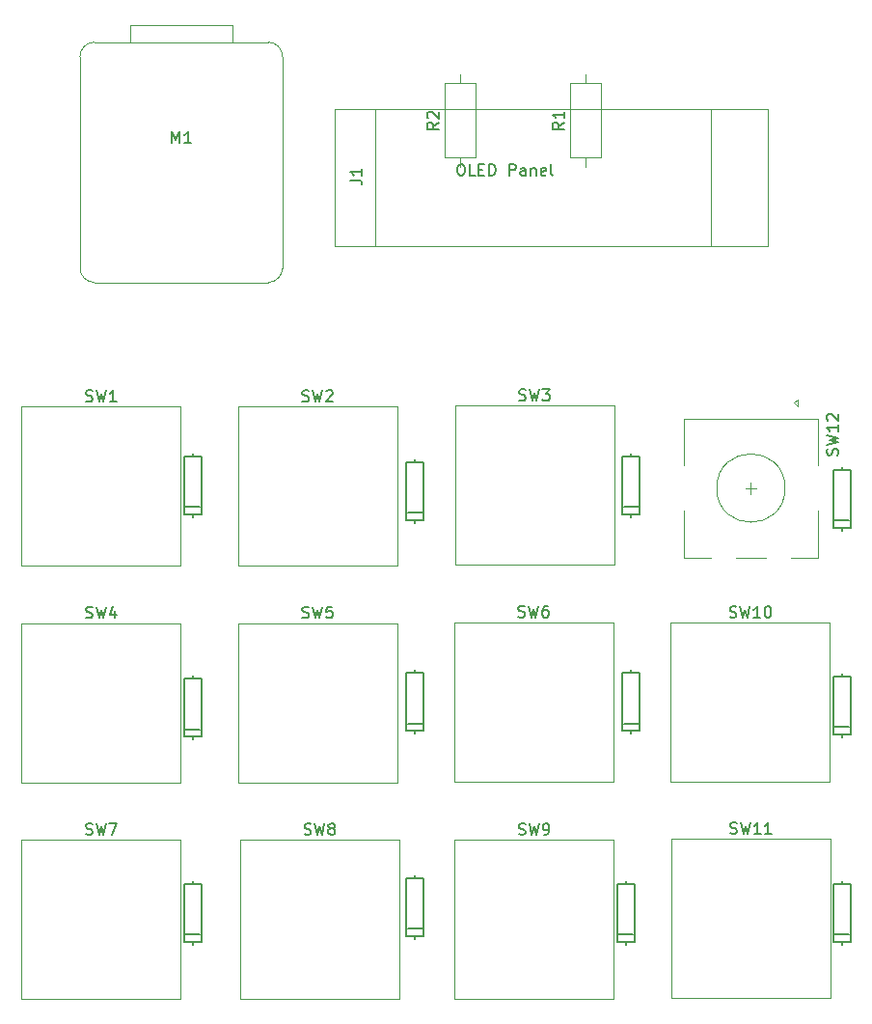
<source format=gbr>
%TF.GenerationSoftware,KiCad,Pcbnew,8.0.5*%
%TF.CreationDate,2024-10-19T19:52:03+11:00*%
%TF.ProjectId,Hackpad,4861636b-7061-4642-9e6b-696361645f70,rev?*%
%TF.SameCoordinates,Original*%
%TF.FileFunction,Legend,Top*%
%TF.FilePolarity,Positive*%
%FSLAX46Y46*%
G04 Gerber Fmt 4.6, Leading zero omitted, Abs format (unit mm)*
G04 Created by KiCad (PCBNEW 8.0.5) date 2024-10-19 19:52:03*
%MOMM*%
%LPD*%
G01*
G04 APERTURE LIST*
%ADD10C,0.150000*%
%ADD11C,0.203200*%
%ADD12C,0.120000*%
%ADD13C,0.040000*%
G04 APERTURE END LIST*
D10*
X118086667Y-94533200D02*
X118229524Y-94580819D01*
X118229524Y-94580819D02*
X118467619Y-94580819D01*
X118467619Y-94580819D02*
X118562857Y-94533200D01*
X118562857Y-94533200D02*
X118610476Y-94485580D01*
X118610476Y-94485580D02*
X118658095Y-94390342D01*
X118658095Y-94390342D02*
X118658095Y-94295104D01*
X118658095Y-94295104D02*
X118610476Y-94199866D01*
X118610476Y-94199866D02*
X118562857Y-94152247D01*
X118562857Y-94152247D02*
X118467619Y-94104628D01*
X118467619Y-94104628D02*
X118277143Y-94057009D01*
X118277143Y-94057009D02*
X118181905Y-94009390D01*
X118181905Y-94009390D02*
X118134286Y-93961771D01*
X118134286Y-93961771D02*
X118086667Y-93866533D01*
X118086667Y-93866533D02*
X118086667Y-93771295D01*
X118086667Y-93771295D02*
X118134286Y-93676057D01*
X118134286Y-93676057D02*
X118181905Y-93628438D01*
X118181905Y-93628438D02*
X118277143Y-93580819D01*
X118277143Y-93580819D02*
X118515238Y-93580819D01*
X118515238Y-93580819D02*
X118658095Y-93628438D01*
X118991429Y-93580819D02*
X119229524Y-94580819D01*
X119229524Y-94580819D02*
X119420000Y-93866533D01*
X119420000Y-93866533D02*
X119610476Y-94580819D01*
X119610476Y-94580819D02*
X119848572Y-93580819D01*
X120658095Y-93580819D02*
X120467619Y-93580819D01*
X120467619Y-93580819D02*
X120372381Y-93628438D01*
X120372381Y-93628438D02*
X120324762Y-93676057D01*
X120324762Y-93676057D02*
X120229524Y-93818914D01*
X120229524Y-93818914D02*
X120181905Y-94009390D01*
X120181905Y-94009390D02*
X120181905Y-94390342D01*
X120181905Y-94390342D02*
X120229524Y-94485580D01*
X120229524Y-94485580D02*
X120277143Y-94533200D01*
X120277143Y-94533200D02*
X120372381Y-94580819D01*
X120372381Y-94580819D02*
X120562857Y-94580819D01*
X120562857Y-94580819D02*
X120658095Y-94533200D01*
X120658095Y-94533200D02*
X120705714Y-94485580D01*
X120705714Y-94485580D02*
X120753333Y-94390342D01*
X120753333Y-94390342D02*
X120753333Y-94152247D01*
X120753333Y-94152247D02*
X120705714Y-94057009D01*
X120705714Y-94057009D02*
X120658095Y-94009390D01*
X120658095Y-94009390D02*
X120562857Y-93961771D01*
X120562857Y-93961771D02*
X120372381Y-93961771D01*
X120372381Y-93961771D02*
X120277143Y-94009390D01*
X120277143Y-94009390D02*
X120229524Y-94057009D01*
X120229524Y-94057009D02*
X120181905Y-94152247D01*
X122084819Y-51166666D02*
X121608628Y-51499999D01*
X122084819Y-51738094D02*
X121084819Y-51738094D01*
X121084819Y-51738094D02*
X121084819Y-51357142D01*
X121084819Y-51357142D02*
X121132438Y-51261904D01*
X121132438Y-51261904D02*
X121180057Y-51214285D01*
X121180057Y-51214285D02*
X121275295Y-51166666D01*
X121275295Y-51166666D02*
X121418152Y-51166666D01*
X121418152Y-51166666D02*
X121513390Y-51214285D01*
X121513390Y-51214285D02*
X121561009Y-51261904D01*
X121561009Y-51261904D02*
X121608628Y-51357142D01*
X121608628Y-51357142D02*
X121608628Y-51738094D01*
X122084819Y-50214285D02*
X122084819Y-50785713D01*
X122084819Y-50499999D02*
X121084819Y-50499999D01*
X121084819Y-50499999D02*
X121227676Y-50595237D01*
X121227676Y-50595237D02*
X121322914Y-50690475D01*
X121322914Y-50690475D02*
X121370533Y-50785713D01*
X136650476Y-94573200D02*
X136793333Y-94620819D01*
X136793333Y-94620819D02*
X137031428Y-94620819D01*
X137031428Y-94620819D02*
X137126666Y-94573200D01*
X137126666Y-94573200D02*
X137174285Y-94525580D01*
X137174285Y-94525580D02*
X137221904Y-94430342D01*
X137221904Y-94430342D02*
X137221904Y-94335104D01*
X137221904Y-94335104D02*
X137174285Y-94239866D01*
X137174285Y-94239866D02*
X137126666Y-94192247D01*
X137126666Y-94192247D02*
X137031428Y-94144628D01*
X137031428Y-94144628D02*
X136840952Y-94097009D01*
X136840952Y-94097009D02*
X136745714Y-94049390D01*
X136745714Y-94049390D02*
X136698095Y-94001771D01*
X136698095Y-94001771D02*
X136650476Y-93906533D01*
X136650476Y-93906533D02*
X136650476Y-93811295D01*
X136650476Y-93811295D02*
X136698095Y-93716057D01*
X136698095Y-93716057D02*
X136745714Y-93668438D01*
X136745714Y-93668438D02*
X136840952Y-93620819D01*
X136840952Y-93620819D02*
X137079047Y-93620819D01*
X137079047Y-93620819D02*
X137221904Y-93668438D01*
X137555238Y-93620819D02*
X137793333Y-94620819D01*
X137793333Y-94620819D02*
X137983809Y-93906533D01*
X137983809Y-93906533D02*
X138174285Y-94620819D01*
X138174285Y-94620819D02*
X138412381Y-93620819D01*
X139317142Y-94620819D02*
X138745714Y-94620819D01*
X139031428Y-94620819D02*
X139031428Y-93620819D01*
X139031428Y-93620819D02*
X138936190Y-93763676D01*
X138936190Y-93763676D02*
X138840952Y-93858914D01*
X138840952Y-93858914D02*
X138745714Y-93906533D01*
X139936190Y-93620819D02*
X140031428Y-93620819D01*
X140031428Y-93620819D02*
X140126666Y-93668438D01*
X140126666Y-93668438D02*
X140174285Y-93716057D01*
X140174285Y-93716057D02*
X140221904Y-93811295D01*
X140221904Y-93811295D02*
X140269523Y-94001771D01*
X140269523Y-94001771D02*
X140269523Y-94239866D01*
X140269523Y-94239866D02*
X140221904Y-94430342D01*
X140221904Y-94430342D02*
X140174285Y-94525580D01*
X140174285Y-94525580D02*
X140126666Y-94573200D01*
X140126666Y-94573200D02*
X140031428Y-94620819D01*
X140031428Y-94620819D02*
X139936190Y-94620819D01*
X139936190Y-94620819D02*
X139840952Y-94573200D01*
X139840952Y-94573200D02*
X139793333Y-94525580D01*
X139793333Y-94525580D02*
X139745714Y-94430342D01*
X139745714Y-94430342D02*
X139698095Y-94239866D01*
X139698095Y-94239866D02*
X139698095Y-94001771D01*
X139698095Y-94001771D02*
X139745714Y-93811295D01*
X139745714Y-93811295D02*
X139793333Y-93716057D01*
X139793333Y-93716057D02*
X139840952Y-93668438D01*
X139840952Y-93668438D02*
X139936190Y-93620819D01*
X136690476Y-113533200D02*
X136833333Y-113580819D01*
X136833333Y-113580819D02*
X137071428Y-113580819D01*
X137071428Y-113580819D02*
X137166666Y-113533200D01*
X137166666Y-113533200D02*
X137214285Y-113485580D01*
X137214285Y-113485580D02*
X137261904Y-113390342D01*
X137261904Y-113390342D02*
X137261904Y-113295104D01*
X137261904Y-113295104D02*
X137214285Y-113199866D01*
X137214285Y-113199866D02*
X137166666Y-113152247D01*
X137166666Y-113152247D02*
X137071428Y-113104628D01*
X137071428Y-113104628D02*
X136880952Y-113057009D01*
X136880952Y-113057009D02*
X136785714Y-113009390D01*
X136785714Y-113009390D02*
X136738095Y-112961771D01*
X136738095Y-112961771D02*
X136690476Y-112866533D01*
X136690476Y-112866533D02*
X136690476Y-112771295D01*
X136690476Y-112771295D02*
X136738095Y-112676057D01*
X136738095Y-112676057D02*
X136785714Y-112628438D01*
X136785714Y-112628438D02*
X136880952Y-112580819D01*
X136880952Y-112580819D02*
X137119047Y-112580819D01*
X137119047Y-112580819D02*
X137261904Y-112628438D01*
X137595238Y-112580819D02*
X137833333Y-113580819D01*
X137833333Y-113580819D02*
X138023809Y-112866533D01*
X138023809Y-112866533D02*
X138214285Y-113580819D01*
X138214285Y-113580819D02*
X138452381Y-112580819D01*
X139357142Y-113580819D02*
X138785714Y-113580819D01*
X139071428Y-113580819D02*
X139071428Y-112580819D01*
X139071428Y-112580819D02*
X138976190Y-112723676D01*
X138976190Y-112723676D02*
X138880952Y-112818914D01*
X138880952Y-112818914D02*
X138785714Y-112866533D01*
X140309523Y-113580819D02*
X139738095Y-113580819D01*
X140023809Y-113580819D02*
X140023809Y-112580819D01*
X140023809Y-112580819D02*
X139928571Y-112723676D01*
X139928571Y-112723676D02*
X139833333Y-112818914D01*
X139833333Y-112818914D02*
X139738095Y-112866533D01*
X87690476Y-52962819D02*
X87690476Y-51962819D01*
X87690476Y-51962819D02*
X88023809Y-52677104D01*
X88023809Y-52677104D02*
X88357142Y-51962819D01*
X88357142Y-51962819D02*
X88357142Y-52962819D01*
X89357142Y-52962819D02*
X88785714Y-52962819D01*
X89071428Y-52962819D02*
X89071428Y-51962819D01*
X89071428Y-51962819D02*
X88976190Y-52105676D01*
X88976190Y-52105676D02*
X88880952Y-52200914D01*
X88880952Y-52200914D02*
X88785714Y-52248533D01*
X103354819Y-56243333D02*
X104069104Y-56243333D01*
X104069104Y-56243333D02*
X104211961Y-56290952D01*
X104211961Y-56290952D02*
X104307200Y-56386190D01*
X104307200Y-56386190D02*
X104354819Y-56529047D01*
X104354819Y-56529047D02*
X104354819Y-56624285D01*
X104354819Y-55243333D02*
X104354819Y-55814761D01*
X104354819Y-55529047D02*
X103354819Y-55529047D01*
X103354819Y-55529047D02*
X103497676Y-55624285D01*
X103497676Y-55624285D02*
X103592914Y-55719523D01*
X103592914Y-55719523D02*
X103640533Y-55814761D01*
X112956428Y-54839819D02*
X113146904Y-54839819D01*
X113146904Y-54839819D02*
X113242142Y-54887438D01*
X113242142Y-54887438D02*
X113337380Y-54982676D01*
X113337380Y-54982676D02*
X113384999Y-55173152D01*
X113384999Y-55173152D02*
X113384999Y-55506485D01*
X113384999Y-55506485D02*
X113337380Y-55696961D01*
X113337380Y-55696961D02*
X113242142Y-55792200D01*
X113242142Y-55792200D02*
X113146904Y-55839819D01*
X113146904Y-55839819D02*
X112956428Y-55839819D01*
X112956428Y-55839819D02*
X112861190Y-55792200D01*
X112861190Y-55792200D02*
X112765952Y-55696961D01*
X112765952Y-55696961D02*
X112718333Y-55506485D01*
X112718333Y-55506485D02*
X112718333Y-55173152D01*
X112718333Y-55173152D02*
X112765952Y-54982676D01*
X112765952Y-54982676D02*
X112861190Y-54887438D01*
X112861190Y-54887438D02*
X112956428Y-54839819D01*
X114289761Y-55839819D02*
X113813571Y-55839819D01*
X113813571Y-55839819D02*
X113813571Y-54839819D01*
X114623095Y-55316009D02*
X114956428Y-55316009D01*
X115099285Y-55839819D02*
X114623095Y-55839819D01*
X114623095Y-55839819D02*
X114623095Y-54839819D01*
X114623095Y-54839819D02*
X115099285Y-54839819D01*
X115527857Y-55839819D02*
X115527857Y-54839819D01*
X115527857Y-54839819D02*
X115765952Y-54839819D01*
X115765952Y-54839819D02*
X115908809Y-54887438D01*
X115908809Y-54887438D02*
X116004047Y-54982676D01*
X116004047Y-54982676D02*
X116051666Y-55077914D01*
X116051666Y-55077914D02*
X116099285Y-55268390D01*
X116099285Y-55268390D02*
X116099285Y-55411247D01*
X116099285Y-55411247D02*
X116051666Y-55601723D01*
X116051666Y-55601723D02*
X116004047Y-55696961D01*
X116004047Y-55696961D02*
X115908809Y-55792200D01*
X115908809Y-55792200D02*
X115765952Y-55839819D01*
X115765952Y-55839819D02*
X115527857Y-55839819D01*
X117289762Y-55839819D02*
X117289762Y-54839819D01*
X117289762Y-54839819D02*
X117670714Y-54839819D01*
X117670714Y-54839819D02*
X117765952Y-54887438D01*
X117765952Y-54887438D02*
X117813571Y-54935057D01*
X117813571Y-54935057D02*
X117861190Y-55030295D01*
X117861190Y-55030295D02*
X117861190Y-55173152D01*
X117861190Y-55173152D02*
X117813571Y-55268390D01*
X117813571Y-55268390D02*
X117765952Y-55316009D01*
X117765952Y-55316009D02*
X117670714Y-55363628D01*
X117670714Y-55363628D02*
X117289762Y-55363628D01*
X118718333Y-55839819D02*
X118718333Y-55316009D01*
X118718333Y-55316009D02*
X118670714Y-55220771D01*
X118670714Y-55220771D02*
X118575476Y-55173152D01*
X118575476Y-55173152D02*
X118385000Y-55173152D01*
X118385000Y-55173152D02*
X118289762Y-55220771D01*
X118718333Y-55792200D02*
X118623095Y-55839819D01*
X118623095Y-55839819D02*
X118385000Y-55839819D01*
X118385000Y-55839819D02*
X118289762Y-55792200D01*
X118289762Y-55792200D02*
X118242143Y-55696961D01*
X118242143Y-55696961D02*
X118242143Y-55601723D01*
X118242143Y-55601723D02*
X118289762Y-55506485D01*
X118289762Y-55506485D02*
X118385000Y-55458866D01*
X118385000Y-55458866D02*
X118623095Y-55458866D01*
X118623095Y-55458866D02*
X118718333Y-55411247D01*
X119194524Y-55173152D02*
X119194524Y-55839819D01*
X119194524Y-55268390D02*
X119242143Y-55220771D01*
X119242143Y-55220771D02*
X119337381Y-55173152D01*
X119337381Y-55173152D02*
X119480238Y-55173152D01*
X119480238Y-55173152D02*
X119575476Y-55220771D01*
X119575476Y-55220771D02*
X119623095Y-55316009D01*
X119623095Y-55316009D02*
X119623095Y-55839819D01*
X120480238Y-55792200D02*
X120385000Y-55839819D01*
X120385000Y-55839819D02*
X120194524Y-55839819D01*
X120194524Y-55839819D02*
X120099286Y-55792200D01*
X120099286Y-55792200D02*
X120051667Y-55696961D01*
X120051667Y-55696961D02*
X120051667Y-55316009D01*
X120051667Y-55316009D02*
X120099286Y-55220771D01*
X120099286Y-55220771D02*
X120194524Y-55173152D01*
X120194524Y-55173152D02*
X120385000Y-55173152D01*
X120385000Y-55173152D02*
X120480238Y-55220771D01*
X120480238Y-55220771D02*
X120527857Y-55316009D01*
X120527857Y-55316009D02*
X120527857Y-55411247D01*
X120527857Y-55411247D02*
X120051667Y-55506485D01*
X121099286Y-55839819D02*
X121004048Y-55792200D01*
X121004048Y-55792200D02*
X120956429Y-55696961D01*
X120956429Y-55696961D02*
X120956429Y-54839819D01*
X118166667Y-75533200D02*
X118309524Y-75580819D01*
X118309524Y-75580819D02*
X118547619Y-75580819D01*
X118547619Y-75580819D02*
X118642857Y-75533200D01*
X118642857Y-75533200D02*
X118690476Y-75485580D01*
X118690476Y-75485580D02*
X118738095Y-75390342D01*
X118738095Y-75390342D02*
X118738095Y-75295104D01*
X118738095Y-75295104D02*
X118690476Y-75199866D01*
X118690476Y-75199866D02*
X118642857Y-75152247D01*
X118642857Y-75152247D02*
X118547619Y-75104628D01*
X118547619Y-75104628D02*
X118357143Y-75057009D01*
X118357143Y-75057009D02*
X118261905Y-75009390D01*
X118261905Y-75009390D02*
X118214286Y-74961771D01*
X118214286Y-74961771D02*
X118166667Y-74866533D01*
X118166667Y-74866533D02*
X118166667Y-74771295D01*
X118166667Y-74771295D02*
X118214286Y-74676057D01*
X118214286Y-74676057D02*
X118261905Y-74628438D01*
X118261905Y-74628438D02*
X118357143Y-74580819D01*
X118357143Y-74580819D02*
X118595238Y-74580819D01*
X118595238Y-74580819D02*
X118738095Y-74628438D01*
X119071429Y-74580819D02*
X119309524Y-75580819D01*
X119309524Y-75580819D02*
X119500000Y-74866533D01*
X119500000Y-74866533D02*
X119690476Y-75580819D01*
X119690476Y-75580819D02*
X119928572Y-74580819D01*
X120214286Y-74580819D02*
X120833333Y-74580819D01*
X120833333Y-74580819D02*
X120500000Y-74961771D01*
X120500000Y-74961771D02*
X120642857Y-74961771D01*
X120642857Y-74961771D02*
X120738095Y-75009390D01*
X120738095Y-75009390D02*
X120785714Y-75057009D01*
X120785714Y-75057009D02*
X120833333Y-75152247D01*
X120833333Y-75152247D02*
X120833333Y-75390342D01*
X120833333Y-75390342D02*
X120785714Y-75485580D01*
X120785714Y-75485580D02*
X120738095Y-75533200D01*
X120738095Y-75533200D02*
X120642857Y-75580819D01*
X120642857Y-75580819D02*
X120357143Y-75580819D01*
X120357143Y-75580819D02*
X120261905Y-75533200D01*
X120261905Y-75533200D02*
X120214286Y-75485580D01*
X80126667Y-75613200D02*
X80269524Y-75660819D01*
X80269524Y-75660819D02*
X80507619Y-75660819D01*
X80507619Y-75660819D02*
X80602857Y-75613200D01*
X80602857Y-75613200D02*
X80650476Y-75565580D01*
X80650476Y-75565580D02*
X80698095Y-75470342D01*
X80698095Y-75470342D02*
X80698095Y-75375104D01*
X80698095Y-75375104D02*
X80650476Y-75279866D01*
X80650476Y-75279866D02*
X80602857Y-75232247D01*
X80602857Y-75232247D02*
X80507619Y-75184628D01*
X80507619Y-75184628D02*
X80317143Y-75137009D01*
X80317143Y-75137009D02*
X80221905Y-75089390D01*
X80221905Y-75089390D02*
X80174286Y-75041771D01*
X80174286Y-75041771D02*
X80126667Y-74946533D01*
X80126667Y-74946533D02*
X80126667Y-74851295D01*
X80126667Y-74851295D02*
X80174286Y-74756057D01*
X80174286Y-74756057D02*
X80221905Y-74708438D01*
X80221905Y-74708438D02*
X80317143Y-74660819D01*
X80317143Y-74660819D02*
X80555238Y-74660819D01*
X80555238Y-74660819D02*
X80698095Y-74708438D01*
X81031429Y-74660819D02*
X81269524Y-75660819D01*
X81269524Y-75660819D02*
X81460000Y-74946533D01*
X81460000Y-74946533D02*
X81650476Y-75660819D01*
X81650476Y-75660819D02*
X81888572Y-74660819D01*
X82793333Y-75660819D02*
X82221905Y-75660819D01*
X82507619Y-75660819D02*
X82507619Y-74660819D01*
X82507619Y-74660819D02*
X82412381Y-74803676D01*
X82412381Y-74803676D02*
X82317143Y-74898914D01*
X82317143Y-74898914D02*
X82221905Y-74946533D01*
X99126667Y-94613200D02*
X99269524Y-94660819D01*
X99269524Y-94660819D02*
X99507619Y-94660819D01*
X99507619Y-94660819D02*
X99602857Y-94613200D01*
X99602857Y-94613200D02*
X99650476Y-94565580D01*
X99650476Y-94565580D02*
X99698095Y-94470342D01*
X99698095Y-94470342D02*
X99698095Y-94375104D01*
X99698095Y-94375104D02*
X99650476Y-94279866D01*
X99650476Y-94279866D02*
X99602857Y-94232247D01*
X99602857Y-94232247D02*
X99507619Y-94184628D01*
X99507619Y-94184628D02*
X99317143Y-94137009D01*
X99317143Y-94137009D02*
X99221905Y-94089390D01*
X99221905Y-94089390D02*
X99174286Y-94041771D01*
X99174286Y-94041771D02*
X99126667Y-93946533D01*
X99126667Y-93946533D02*
X99126667Y-93851295D01*
X99126667Y-93851295D02*
X99174286Y-93756057D01*
X99174286Y-93756057D02*
X99221905Y-93708438D01*
X99221905Y-93708438D02*
X99317143Y-93660819D01*
X99317143Y-93660819D02*
X99555238Y-93660819D01*
X99555238Y-93660819D02*
X99698095Y-93708438D01*
X100031429Y-93660819D02*
X100269524Y-94660819D01*
X100269524Y-94660819D02*
X100460000Y-93946533D01*
X100460000Y-93946533D02*
X100650476Y-94660819D01*
X100650476Y-94660819D02*
X100888572Y-93660819D01*
X101745714Y-93660819D02*
X101269524Y-93660819D01*
X101269524Y-93660819D02*
X101221905Y-94137009D01*
X101221905Y-94137009D02*
X101269524Y-94089390D01*
X101269524Y-94089390D02*
X101364762Y-94041771D01*
X101364762Y-94041771D02*
X101602857Y-94041771D01*
X101602857Y-94041771D02*
X101698095Y-94089390D01*
X101698095Y-94089390D02*
X101745714Y-94137009D01*
X101745714Y-94137009D02*
X101793333Y-94232247D01*
X101793333Y-94232247D02*
X101793333Y-94470342D01*
X101793333Y-94470342D02*
X101745714Y-94565580D01*
X101745714Y-94565580D02*
X101698095Y-94613200D01*
X101698095Y-94613200D02*
X101602857Y-94660819D01*
X101602857Y-94660819D02*
X101364762Y-94660819D01*
X101364762Y-94660819D02*
X101269524Y-94613200D01*
X101269524Y-94613200D02*
X101221905Y-94565580D01*
X99316667Y-113613200D02*
X99459524Y-113660819D01*
X99459524Y-113660819D02*
X99697619Y-113660819D01*
X99697619Y-113660819D02*
X99792857Y-113613200D01*
X99792857Y-113613200D02*
X99840476Y-113565580D01*
X99840476Y-113565580D02*
X99888095Y-113470342D01*
X99888095Y-113470342D02*
X99888095Y-113375104D01*
X99888095Y-113375104D02*
X99840476Y-113279866D01*
X99840476Y-113279866D02*
X99792857Y-113232247D01*
X99792857Y-113232247D02*
X99697619Y-113184628D01*
X99697619Y-113184628D02*
X99507143Y-113137009D01*
X99507143Y-113137009D02*
X99411905Y-113089390D01*
X99411905Y-113089390D02*
X99364286Y-113041771D01*
X99364286Y-113041771D02*
X99316667Y-112946533D01*
X99316667Y-112946533D02*
X99316667Y-112851295D01*
X99316667Y-112851295D02*
X99364286Y-112756057D01*
X99364286Y-112756057D02*
X99411905Y-112708438D01*
X99411905Y-112708438D02*
X99507143Y-112660819D01*
X99507143Y-112660819D02*
X99745238Y-112660819D01*
X99745238Y-112660819D02*
X99888095Y-112708438D01*
X100221429Y-112660819D02*
X100459524Y-113660819D01*
X100459524Y-113660819D02*
X100650000Y-112946533D01*
X100650000Y-112946533D02*
X100840476Y-113660819D01*
X100840476Y-113660819D02*
X101078572Y-112660819D01*
X101602381Y-113089390D02*
X101507143Y-113041771D01*
X101507143Y-113041771D02*
X101459524Y-112994152D01*
X101459524Y-112994152D02*
X101411905Y-112898914D01*
X101411905Y-112898914D02*
X101411905Y-112851295D01*
X101411905Y-112851295D02*
X101459524Y-112756057D01*
X101459524Y-112756057D02*
X101507143Y-112708438D01*
X101507143Y-112708438D02*
X101602381Y-112660819D01*
X101602381Y-112660819D02*
X101792857Y-112660819D01*
X101792857Y-112660819D02*
X101888095Y-112708438D01*
X101888095Y-112708438D02*
X101935714Y-112756057D01*
X101935714Y-112756057D02*
X101983333Y-112851295D01*
X101983333Y-112851295D02*
X101983333Y-112898914D01*
X101983333Y-112898914D02*
X101935714Y-112994152D01*
X101935714Y-112994152D02*
X101888095Y-113041771D01*
X101888095Y-113041771D02*
X101792857Y-113089390D01*
X101792857Y-113089390D02*
X101602381Y-113089390D01*
X101602381Y-113089390D02*
X101507143Y-113137009D01*
X101507143Y-113137009D02*
X101459524Y-113184628D01*
X101459524Y-113184628D02*
X101411905Y-113279866D01*
X101411905Y-113279866D02*
X101411905Y-113470342D01*
X101411905Y-113470342D02*
X101459524Y-113565580D01*
X101459524Y-113565580D02*
X101507143Y-113613200D01*
X101507143Y-113613200D02*
X101602381Y-113660819D01*
X101602381Y-113660819D02*
X101792857Y-113660819D01*
X101792857Y-113660819D02*
X101888095Y-113613200D01*
X101888095Y-113613200D02*
X101935714Y-113565580D01*
X101935714Y-113565580D02*
X101983333Y-113470342D01*
X101983333Y-113470342D02*
X101983333Y-113279866D01*
X101983333Y-113279866D02*
X101935714Y-113184628D01*
X101935714Y-113184628D02*
X101888095Y-113137009D01*
X101888095Y-113137009D02*
X101792857Y-113089390D01*
X118126667Y-113613200D02*
X118269524Y-113660819D01*
X118269524Y-113660819D02*
X118507619Y-113660819D01*
X118507619Y-113660819D02*
X118602857Y-113613200D01*
X118602857Y-113613200D02*
X118650476Y-113565580D01*
X118650476Y-113565580D02*
X118698095Y-113470342D01*
X118698095Y-113470342D02*
X118698095Y-113375104D01*
X118698095Y-113375104D02*
X118650476Y-113279866D01*
X118650476Y-113279866D02*
X118602857Y-113232247D01*
X118602857Y-113232247D02*
X118507619Y-113184628D01*
X118507619Y-113184628D02*
X118317143Y-113137009D01*
X118317143Y-113137009D02*
X118221905Y-113089390D01*
X118221905Y-113089390D02*
X118174286Y-113041771D01*
X118174286Y-113041771D02*
X118126667Y-112946533D01*
X118126667Y-112946533D02*
X118126667Y-112851295D01*
X118126667Y-112851295D02*
X118174286Y-112756057D01*
X118174286Y-112756057D02*
X118221905Y-112708438D01*
X118221905Y-112708438D02*
X118317143Y-112660819D01*
X118317143Y-112660819D02*
X118555238Y-112660819D01*
X118555238Y-112660819D02*
X118698095Y-112708438D01*
X119031429Y-112660819D02*
X119269524Y-113660819D01*
X119269524Y-113660819D02*
X119460000Y-112946533D01*
X119460000Y-112946533D02*
X119650476Y-113660819D01*
X119650476Y-113660819D02*
X119888572Y-112660819D01*
X120317143Y-113660819D02*
X120507619Y-113660819D01*
X120507619Y-113660819D02*
X120602857Y-113613200D01*
X120602857Y-113613200D02*
X120650476Y-113565580D01*
X120650476Y-113565580D02*
X120745714Y-113422723D01*
X120745714Y-113422723D02*
X120793333Y-113232247D01*
X120793333Y-113232247D02*
X120793333Y-112851295D01*
X120793333Y-112851295D02*
X120745714Y-112756057D01*
X120745714Y-112756057D02*
X120698095Y-112708438D01*
X120698095Y-112708438D02*
X120602857Y-112660819D01*
X120602857Y-112660819D02*
X120412381Y-112660819D01*
X120412381Y-112660819D02*
X120317143Y-112708438D01*
X120317143Y-112708438D02*
X120269524Y-112756057D01*
X120269524Y-112756057D02*
X120221905Y-112851295D01*
X120221905Y-112851295D02*
X120221905Y-113089390D01*
X120221905Y-113089390D02*
X120269524Y-113184628D01*
X120269524Y-113184628D02*
X120317143Y-113232247D01*
X120317143Y-113232247D02*
X120412381Y-113279866D01*
X120412381Y-113279866D02*
X120602857Y-113279866D01*
X120602857Y-113279866D02*
X120698095Y-113232247D01*
X120698095Y-113232247D02*
X120745714Y-113184628D01*
X120745714Y-113184628D02*
X120793333Y-113089390D01*
X146107200Y-80359523D02*
X146154819Y-80216666D01*
X146154819Y-80216666D02*
X146154819Y-79978571D01*
X146154819Y-79978571D02*
X146107200Y-79883333D01*
X146107200Y-79883333D02*
X146059580Y-79835714D01*
X146059580Y-79835714D02*
X145964342Y-79788095D01*
X145964342Y-79788095D02*
X145869104Y-79788095D01*
X145869104Y-79788095D02*
X145773866Y-79835714D01*
X145773866Y-79835714D02*
X145726247Y-79883333D01*
X145726247Y-79883333D02*
X145678628Y-79978571D01*
X145678628Y-79978571D02*
X145631009Y-80169047D01*
X145631009Y-80169047D02*
X145583390Y-80264285D01*
X145583390Y-80264285D02*
X145535771Y-80311904D01*
X145535771Y-80311904D02*
X145440533Y-80359523D01*
X145440533Y-80359523D02*
X145345295Y-80359523D01*
X145345295Y-80359523D02*
X145250057Y-80311904D01*
X145250057Y-80311904D02*
X145202438Y-80264285D01*
X145202438Y-80264285D02*
X145154819Y-80169047D01*
X145154819Y-80169047D02*
X145154819Y-79930952D01*
X145154819Y-79930952D02*
X145202438Y-79788095D01*
X145154819Y-79454761D02*
X146154819Y-79216666D01*
X146154819Y-79216666D02*
X145440533Y-79026190D01*
X145440533Y-79026190D02*
X146154819Y-78835714D01*
X146154819Y-78835714D02*
X145154819Y-78597619D01*
X146154819Y-77692857D02*
X146154819Y-78264285D01*
X146154819Y-77978571D02*
X145154819Y-77978571D01*
X145154819Y-77978571D02*
X145297676Y-78073809D01*
X145297676Y-78073809D02*
X145392914Y-78169047D01*
X145392914Y-78169047D02*
X145440533Y-78264285D01*
X145250057Y-77311904D02*
X145202438Y-77264285D01*
X145202438Y-77264285D02*
X145154819Y-77169047D01*
X145154819Y-77169047D02*
X145154819Y-76930952D01*
X145154819Y-76930952D02*
X145202438Y-76835714D01*
X145202438Y-76835714D02*
X145250057Y-76788095D01*
X145250057Y-76788095D02*
X145345295Y-76740476D01*
X145345295Y-76740476D02*
X145440533Y-76740476D01*
X145440533Y-76740476D02*
X145583390Y-76788095D01*
X145583390Y-76788095D02*
X146154819Y-77359523D01*
X146154819Y-77359523D02*
X146154819Y-76740476D01*
X80126667Y-94613200D02*
X80269524Y-94660819D01*
X80269524Y-94660819D02*
X80507619Y-94660819D01*
X80507619Y-94660819D02*
X80602857Y-94613200D01*
X80602857Y-94613200D02*
X80650476Y-94565580D01*
X80650476Y-94565580D02*
X80698095Y-94470342D01*
X80698095Y-94470342D02*
X80698095Y-94375104D01*
X80698095Y-94375104D02*
X80650476Y-94279866D01*
X80650476Y-94279866D02*
X80602857Y-94232247D01*
X80602857Y-94232247D02*
X80507619Y-94184628D01*
X80507619Y-94184628D02*
X80317143Y-94137009D01*
X80317143Y-94137009D02*
X80221905Y-94089390D01*
X80221905Y-94089390D02*
X80174286Y-94041771D01*
X80174286Y-94041771D02*
X80126667Y-93946533D01*
X80126667Y-93946533D02*
X80126667Y-93851295D01*
X80126667Y-93851295D02*
X80174286Y-93756057D01*
X80174286Y-93756057D02*
X80221905Y-93708438D01*
X80221905Y-93708438D02*
X80317143Y-93660819D01*
X80317143Y-93660819D02*
X80555238Y-93660819D01*
X80555238Y-93660819D02*
X80698095Y-93708438D01*
X81031429Y-93660819D02*
X81269524Y-94660819D01*
X81269524Y-94660819D02*
X81460000Y-93946533D01*
X81460000Y-93946533D02*
X81650476Y-94660819D01*
X81650476Y-94660819D02*
X81888572Y-93660819D01*
X82698095Y-93994152D02*
X82698095Y-94660819D01*
X82460000Y-93613200D02*
X82221905Y-94327485D01*
X82221905Y-94327485D02*
X82840952Y-94327485D01*
X99126667Y-75613200D02*
X99269524Y-75660819D01*
X99269524Y-75660819D02*
X99507619Y-75660819D01*
X99507619Y-75660819D02*
X99602857Y-75613200D01*
X99602857Y-75613200D02*
X99650476Y-75565580D01*
X99650476Y-75565580D02*
X99698095Y-75470342D01*
X99698095Y-75470342D02*
X99698095Y-75375104D01*
X99698095Y-75375104D02*
X99650476Y-75279866D01*
X99650476Y-75279866D02*
X99602857Y-75232247D01*
X99602857Y-75232247D02*
X99507619Y-75184628D01*
X99507619Y-75184628D02*
X99317143Y-75137009D01*
X99317143Y-75137009D02*
X99221905Y-75089390D01*
X99221905Y-75089390D02*
X99174286Y-75041771D01*
X99174286Y-75041771D02*
X99126667Y-74946533D01*
X99126667Y-74946533D02*
X99126667Y-74851295D01*
X99126667Y-74851295D02*
X99174286Y-74756057D01*
X99174286Y-74756057D02*
X99221905Y-74708438D01*
X99221905Y-74708438D02*
X99317143Y-74660819D01*
X99317143Y-74660819D02*
X99555238Y-74660819D01*
X99555238Y-74660819D02*
X99698095Y-74708438D01*
X100031429Y-74660819D02*
X100269524Y-75660819D01*
X100269524Y-75660819D02*
X100460000Y-74946533D01*
X100460000Y-74946533D02*
X100650476Y-75660819D01*
X100650476Y-75660819D02*
X100888572Y-74660819D01*
X101221905Y-74756057D02*
X101269524Y-74708438D01*
X101269524Y-74708438D02*
X101364762Y-74660819D01*
X101364762Y-74660819D02*
X101602857Y-74660819D01*
X101602857Y-74660819D02*
X101698095Y-74708438D01*
X101698095Y-74708438D02*
X101745714Y-74756057D01*
X101745714Y-74756057D02*
X101793333Y-74851295D01*
X101793333Y-74851295D02*
X101793333Y-74946533D01*
X101793333Y-74946533D02*
X101745714Y-75089390D01*
X101745714Y-75089390D02*
X101174286Y-75660819D01*
X101174286Y-75660819D02*
X101793333Y-75660819D01*
X111084819Y-51166666D02*
X110608628Y-51499999D01*
X111084819Y-51738094D02*
X110084819Y-51738094D01*
X110084819Y-51738094D02*
X110084819Y-51357142D01*
X110084819Y-51357142D02*
X110132438Y-51261904D01*
X110132438Y-51261904D02*
X110180057Y-51214285D01*
X110180057Y-51214285D02*
X110275295Y-51166666D01*
X110275295Y-51166666D02*
X110418152Y-51166666D01*
X110418152Y-51166666D02*
X110513390Y-51214285D01*
X110513390Y-51214285D02*
X110561009Y-51261904D01*
X110561009Y-51261904D02*
X110608628Y-51357142D01*
X110608628Y-51357142D02*
X110608628Y-51738094D01*
X110180057Y-50785713D02*
X110132438Y-50738094D01*
X110132438Y-50738094D02*
X110084819Y-50642856D01*
X110084819Y-50642856D02*
X110084819Y-50404761D01*
X110084819Y-50404761D02*
X110132438Y-50309523D01*
X110132438Y-50309523D02*
X110180057Y-50261904D01*
X110180057Y-50261904D02*
X110275295Y-50214285D01*
X110275295Y-50214285D02*
X110370533Y-50214285D01*
X110370533Y-50214285D02*
X110513390Y-50261904D01*
X110513390Y-50261904D02*
X111084819Y-50833332D01*
X111084819Y-50833332D02*
X111084819Y-50214285D01*
X80126667Y-113613200D02*
X80269524Y-113660819D01*
X80269524Y-113660819D02*
X80507619Y-113660819D01*
X80507619Y-113660819D02*
X80602857Y-113613200D01*
X80602857Y-113613200D02*
X80650476Y-113565580D01*
X80650476Y-113565580D02*
X80698095Y-113470342D01*
X80698095Y-113470342D02*
X80698095Y-113375104D01*
X80698095Y-113375104D02*
X80650476Y-113279866D01*
X80650476Y-113279866D02*
X80602857Y-113232247D01*
X80602857Y-113232247D02*
X80507619Y-113184628D01*
X80507619Y-113184628D02*
X80317143Y-113137009D01*
X80317143Y-113137009D02*
X80221905Y-113089390D01*
X80221905Y-113089390D02*
X80174286Y-113041771D01*
X80174286Y-113041771D02*
X80126667Y-112946533D01*
X80126667Y-112946533D02*
X80126667Y-112851295D01*
X80126667Y-112851295D02*
X80174286Y-112756057D01*
X80174286Y-112756057D02*
X80221905Y-112708438D01*
X80221905Y-112708438D02*
X80317143Y-112660819D01*
X80317143Y-112660819D02*
X80555238Y-112660819D01*
X80555238Y-112660819D02*
X80698095Y-112708438D01*
X81031429Y-112660819D02*
X81269524Y-113660819D01*
X81269524Y-113660819D02*
X81460000Y-112946533D01*
X81460000Y-112946533D02*
X81650476Y-113660819D01*
X81650476Y-113660819D02*
X81888572Y-112660819D01*
X82174286Y-112660819D02*
X82840952Y-112660819D01*
X82840952Y-112660819D02*
X82412381Y-113660819D01*
D11*
%TO.C,D2*%
X108238000Y-80960000D02*
X109000000Y-80960000D01*
X108238000Y-86040000D02*
X108238000Y-80960000D01*
X109000000Y-80960000D02*
X109000000Y-80706000D01*
X109000000Y-80960000D02*
X109762000Y-80960000D01*
X109000000Y-86040000D02*
X108238000Y-86040000D01*
X109000000Y-86040000D02*
X109000000Y-86294000D01*
X109635000Y-85405000D02*
X108365000Y-85405000D01*
X109762000Y-80960000D02*
X109762000Y-86040000D01*
X109762000Y-86040000D02*
X109000000Y-86040000D01*
D12*
%TO.C,SW6*%
X112435000Y-95015000D02*
X126405000Y-95015000D01*
X112435000Y-108985000D02*
X112435000Y-95015000D01*
X126405000Y-95015000D02*
X126405000Y-108985000D01*
X126405000Y-108985000D02*
X112435000Y-108985000D01*
%TO.C,R1*%
X122630000Y-47730000D02*
X122630000Y-54270000D01*
X122630000Y-54270000D02*
X125370000Y-54270000D01*
X124000000Y-46960000D02*
X124000000Y-47730000D01*
X124000000Y-55040000D02*
X124000000Y-54270000D01*
X125370000Y-47730000D02*
X122630000Y-47730000D01*
X125370000Y-54270000D02*
X125370000Y-47730000D01*
%TO.C,SW10*%
X131475000Y-95055000D02*
X145445000Y-95055000D01*
X131475000Y-109025000D02*
X131475000Y-95055000D01*
X145445000Y-95055000D02*
X145445000Y-109025000D01*
X145445000Y-109025000D02*
X131475000Y-109025000D01*
%TO.C,SW11*%
X131515000Y-114015000D02*
X145485000Y-114015000D01*
X131515000Y-127985000D02*
X131515000Y-114015000D01*
X145485000Y-114015000D02*
X145485000Y-127985000D01*
X145485000Y-127985000D02*
X131515000Y-127985000D01*
D11*
%TO.C,D5*%
X108238000Y-99460000D02*
X109000000Y-99460000D01*
X108238000Y-104540000D02*
X108238000Y-99460000D01*
X109000000Y-99460000D02*
X109000000Y-99206000D01*
X109000000Y-99460000D02*
X109762000Y-99460000D01*
X109000000Y-104540000D02*
X108238000Y-104540000D01*
X109000000Y-104540000D02*
X109000000Y-104794000D01*
X109635000Y-103905000D02*
X108365000Y-103905000D01*
X109762000Y-99460000D02*
X109762000Y-104540000D01*
X109762000Y-104540000D02*
X109000000Y-104540000D01*
D12*
%TO.C,M1*%
X79610000Y-63938000D02*
X79610000Y-45396000D01*
X80880000Y-44126000D02*
X96120000Y-44126000D01*
X96120000Y-65208000D02*
X80880000Y-65208000D01*
X97390000Y-45396000D02*
X97390000Y-63938000D01*
X84000000Y-44126000D02*
X93000000Y-44126000D01*
X93000000Y-42602000D01*
X84000000Y-42602000D01*
X84000000Y-44126000D01*
X79610000Y-45396000D02*
G75*
G02*
X80880000Y-44126000I1270000J0D01*
G01*
X80880000Y-65208000D02*
G75*
G02*
X79610000Y-63938000I0J1270000D01*
G01*
X96120000Y-44126000D02*
G75*
G02*
X97390000Y-45396000I0J-1270000D01*
G01*
X97390000Y-63938000D02*
G75*
G02*
X96120000Y-65208000I-1270000J0D01*
G01*
D13*
%TO.C,J1*%
X102000000Y-50000000D02*
X102000000Y-62000000D01*
X102000000Y-62000000D02*
X140000000Y-62000000D01*
X105500000Y-50000000D02*
X105500000Y-62000000D01*
X135000000Y-50000000D02*
X135000000Y-62000000D01*
X140000000Y-50000000D02*
X102000000Y-50000000D01*
X140000000Y-62000000D02*
X140000000Y-50000000D01*
D12*
%TO.C,SW3*%
X112515000Y-76015000D02*
X126485000Y-76015000D01*
X112515000Y-89985000D02*
X112515000Y-76015000D01*
X126485000Y-76015000D02*
X126485000Y-89985000D01*
X126485000Y-89985000D02*
X112515000Y-89985000D01*
%TO.C,SW1*%
X74475000Y-76095000D02*
X88445000Y-76095000D01*
X74475000Y-90065000D02*
X74475000Y-76095000D01*
X88445000Y-76095000D02*
X88445000Y-90065000D01*
X88445000Y-90065000D02*
X74475000Y-90065000D01*
D11*
%TO.C,D9*%
X126738000Y-117960000D02*
X127500000Y-117960000D01*
X126738000Y-123040000D02*
X126738000Y-117960000D01*
X127500000Y-117960000D02*
X127500000Y-117706000D01*
X127500000Y-117960000D02*
X128262000Y-117960000D01*
X127500000Y-123040000D02*
X126738000Y-123040000D01*
X127500000Y-123040000D02*
X127500000Y-123294000D01*
X128135000Y-122405000D02*
X126865000Y-122405000D01*
X128262000Y-117960000D02*
X128262000Y-123040000D01*
X128262000Y-123040000D02*
X127500000Y-123040000D01*
D12*
%TO.C,SW5*%
X93475000Y-95095000D02*
X107445000Y-95095000D01*
X93475000Y-109065000D02*
X93475000Y-95095000D01*
X107445000Y-95095000D02*
X107445000Y-109065000D01*
X107445000Y-109065000D02*
X93475000Y-109065000D01*
D11*
%TO.C,D7*%
X88738000Y-117960000D02*
X89500000Y-117960000D01*
X88738000Y-123040000D02*
X88738000Y-117960000D01*
X89500000Y-117960000D02*
X89500000Y-117706000D01*
X89500000Y-117960000D02*
X90262000Y-117960000D01*
X89500000Y-123040000D02*
X88738000Y-123040000D01*
X89500000Y-123040000D02*
X89500000Y-123294000D01*
X90135000Y-122405000D02*
X88865000Y-122405000D01*
X90262000Y-117960000D02*
X90262000Y-123040000D01*
X90262000Y-123040000D02*
X89500000Y-123040000D01*
D12*
%TO.C,SW8*%
X93665000Y-114095000D02*
X107635000Y-114095000D01*
X93665000Y-128065000D02*
X93665000Y-114095000D01*
X107635000Y-114095000D02*
X107635000Y-128065000D01*
X107635000Y-128065000D02*
X93665000Y-128065000D01*
D11*
%TO.C,D10*%
X145738000Y-99770000D02*
X146500000Y-99770000D01*
X145738000Y-104850000D02*
X145738000Y-99770000D01*
X146500000Y-99770000D02*
X146500000Y-99516000D01*
X146500000Y-99770000D02*
X147262000Y-99770000D01*
X146500000Y-104850000D02*
X145738000Y-104850000D01*
X146500000Y-104850000D02*
X146500000Y-105104000D01*
X147135000Y-104215000D02*
X145865000Y-104215000D01*
X147262000Y-99770000D02*
X147262000Y-104850000D01*
X147262000Y-104850000D02*
X146500000Y-104850000D01*
%TO.C,D6*%
X127238000Y-99460000D02*
X128000000Y-99460000D01*
X127238000Y-104540000D02*
X127238000Y-99460000D01*
X128000000Y-99460000D02*
X128000000Y-99206000D01*
X128000000Y-99460000D02*
X128762000Y-99460000D01*
X128000000Y-104540000D02*
X127238000Y-104540000D01*
X128000000Y-104540000D02*
X128000000Y-104794000D01*
X128635000Y-103905000D02*
X127365000Y-103905000D01*
X128762000Y-99460000D02*
X128762000Y-104540000D01*
X128762000Y-104540000D02*
X128000000Y-104540000D01*
%TO.C,D8*%
X108238000Y-117460000D02*
X109000000Y-117460000D01*
X108238000Y-122540000D02*
X108238000Y-117460000D01*
X109000000Y-117460000D02*
X109000000Y-117206000D01*
X109000000Y-117460000D02*
X109762000Y-117460000D01*
X109000000Y-122540000D02*
X108238000Y-122540000D01*
X109000000Y-122540000D02*
X109000000Y-122794000D01*
X109635000Y-121905000D02*
X108365000Y-121905000D01*
X109762000Y-117460000D02*
X109762000Y-122540000D01*
X109762000Y-122540000D02*
X109000000Y-122540000D01*
D12*
%TO.C,SW9*%
X112475000Y-114095000D02*
X126445000Y-114095000D01*
X112475000Y-128065000D02*
X112475000Y-114095000D01*
X126445000Y-114095000D02*
X126445000Y-128065000D01*
X126445000Y-128065000D02*
X112475000Y-128065000D01*
%TO.C,SW12*%
X132600000Y-81250000D02*
X132600000Y-77150000D01*
X132600000Y-89350000D02*
X132600000Y-85250000D01*
X135000000Y-89350000D02*
X132600000Y-89350000D01*
X138500000Y-82750000D02*
X138500000Y-83750000D01*
X139000000Y-83250000D02*
X138000000Y-83250000D01*
X139800000Y-89350000D02*
X137200000Y-89350000D01*
X142300000Y-75750000D02*
X142600000Y-75450000D01*
X142600000Y-75450000D02*
X142600000Y-76050000D01*
X142600000Y-76050000D02*
X142300000Y-75750000D01*
X144400000Y-77150000D02*
X132600000Y-77150000D01*
X144400000Y-81250000D02*
X144400000Y-77150000D01*
X144400000Y-85250000D02*
X144400000Y-89350000D01*
X144400000Y-89350000D02*
X142000000Y-89350000D01*
X141500000Y-83250000D02*
G75*
G02*
X135500000Y-83250000I-3000000J0D01*
G01*
X135500000Y-83250000D02*
G75*
G02*
X141500000Y-83250000I3000000J0D01*
G01*
D11*
%TO.C,D11*%
X145738000Y-117960000D02*
X146500000Y-117960000D01*
X145738000Y-123040000D02*
X145738000Y-117960000D01*
X146500000Y-117960000D02*
X146500000Y-117706000D01*
X146500000Y-117960000D02*
X147262000Y-117960000D01*
X146500000Y-123040000D02*
X145738000Y-123040000D01*
X146500000Y-123040000D02*
X146500000Y-123294000D01*
X147135000Y-122405000D02*
X145865000Y-122405000D01*
X147262000Y-117960000D02*
X147262000Y-123040000D01*
X147262000Y-123040000D02*
X146500000Y-123040000D01*
D12*
%TO.C,SW4*%
X74475000Y-95095000D02*
X88445000Y-95095000D01*
X74475000Y-109065000D02*
X74475000Y-95095000D01*
X88445000Y-95095000D02*
X88445000Y-109065000D01*
X88445000Y-109065000D02*
X74475000Y-109065000D01*
D11*
%TO.C,D1*%
X88738000Y-80460000D02*
X89500000Y-80460000D01*
X88738000Y-85540000D02*
X88738000Y-80460000D01*
X89500000Y-80460000D02*
X89500000Y-80206000D01*
X89500000Y-80460000D02*
X90262000Y-80460000D01*
X89500000Y-85540000D02*
X88738000Y-85540000D01*
X89500000Y-85540000D02*
X89500000Y-85794000D01*
X90135000Y-84905000D02*
X88865000Y-84905000D01*
X90262000Y-80460000D02*
X90262000Y-85540000D01*
X90262000Y-85540000D02*
X89500000Y-85540000D01*
D12*
%TO.C,SW2*%
X93475000Y-76095000D02*
X107445000Y-76095000D01*
X93475000Y-90065000D02*
X93475000Y-76095000D01*
X107445000Y-76095000D02*
X107445000Y-90065000D01*
X107445000Y-90065000D02*
X93475000Y-90065000D01*
%TO.C,R2*%
X111630000Y-47730000D02*
X111630000Y-54270000D01*
X111630000Y-54270000D02*
X114370000Y-54270000D01*
X113000000Y-46960000D02*
X113000000Y-47730000D01*
X113000000Y-55040000D02*
X113000000Y-54270000D01*
X114370000Y-47730000D02*
X111630000Y-47730000D01*
X114370000Y-54270000D02*
X114370000Y-47730000D01*
%TO.C,SW7*%
X74475000Y-114095000D02*
X88445000Y-114095000D01*
X74475000Y-128065000D02*
X74475000Y-114095000D01*
X88445000Y-114095000D02*
X88445000Y-128065000D01*
X88445000Y-128065000D02*
X74475000Y-128065000D01*
D11*
%TO.C,D12*%
X145738000Y-81650000D02*
X146500000Y-81650000D01*
X145738000Y-86730000D02*
X145738000Y-81650000D01*
X146500000Y-81650000D02*
X146500000Y-81396000D01*
X146500000Y-81650000D02*
X147262000Y-81650000D01*
X146500000Y-86730000D02*
X145738000Y-86730000D01*
X146500000Y-86730000D02*
X146500000Y-86984000D01*
X147135000Y-86095000D02*
X145865000Y-86095000D01*
X147262000Y-81650000D02*
X147262000Y-86730000D01*
X147262000Y-86730000D02*
X146500000Y-86730000D01*
%TO.C,D3*%
X127238000Y-80460000D02*
X128000000Y-80460000D01*
X127238000Y-85540000D02*
X127238000Y-80460000D01*
X128000000Y-80460000D02*
X128000000Y-80206000D01*
X128000000Y-80460000D02*
X128762000Y-80460000D01*
X128000000Y-85540000D02*
X127238000Y-85540000D01*
X128000000Y-85540000D02*
X128000000Y-85794000D01*
X128635000Y-84905000D02*
X127365000Y-84905000D01*
X128762000Y-80460000D02*
X128762000Y-85540000D01*
X128762000Y-85540000D02*
X128000000Y-85540000D01*
%TO.C,D4*%
X88738000Y-99960000D02*
X89500000Y-99960000D01*
X88738000Y-105040000D02*
X88738000Y-99960000D01*
X89500000Y-99960000D02*
X89500000Y-99706000D01*
X89500000Y-99960000D02*
X90262000Y-99960000D01*
X89500000Y-105040000D02*
X88738000Y-105040000D01*
X89500000Y-105040000D02*
X89500000Y-105294000D01*
X90135000Y-104405000D02*
X88865000Y-104405000D01*
X90262000Y-99960000D02*
X90262000Y-105040000D01*
X90262000Y-105040000D02*
X89500000Y-105040000D01*
%TD*%
M02*

</source>
